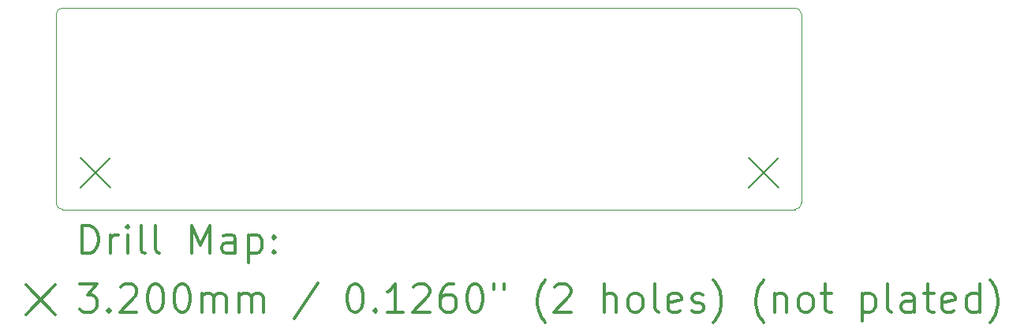
<source format=gbr>
%FSLAX45Y45*%
G04 Gerber Fmt 4.5, Leading zero omitted, Abs format (unit mm)*
G04 Created by KiCad (PCBNEW (5.1.10-1-10_14)) date 2021-07-05 16:18:35*
%MOMM*%
%LPD*%
G01*
G04 APERTURE LIST*
%TA.AperFunction,Profile*%
%ADD10C,0.100000*%
%TD*%
%ADD11C,0.200000*%
%ADD12C,0.300000*%
G04 APERTURE END LIST*
D10*
X11715000Y-9270000D02*
G75*
G02*
X11785000Y-9200000I70000J0D01*
G01*
X11715000Y-11295000D02*
X11715000Y-9270000D01*
X11785000Y-11365000D02*
G75*
G02*
X11715000Y-11295000I0J70000D01*
G01*
X19715000Y-9270000D02*
X19715000Y-11295000D01*
X19715000Y-11295000D02*
G75*
G02*
X19645000Y-11365000I-70000J0D01*
G01*
X19645000Y-9200000D02*
G75*
G02*
X19715000Y-9270000I0J-70000D01*
G01*
X19645000Y-11365000D02*
X11785000Y-11365000D01*
X11785000Y-9200000D02*
X19645000Y-9200000D01*
D11*
X11980000Y-10807500D02*
X12300000Y-11127500D01*
X12300000Y-10807500D02*
X11980000Y-11127500D01*
X19147500Y-10807500D02*
X19467500Y-11127500D01*
X19467500Y-10807500D02*
X19147500Y-11127500D01*
D12*
X11996428Y-11835714D02*
X11996428Y-11535714D01*
X12067857Y-11535714D01*
X12110714Y-11550000D01*
X12139286Y-11578571D01*
X12153571Y-11607143D01*
X12167857Y-11664286D01*
X12167857Y-11707143D01*
X12153571Y-11764286D01*
X12139286Y-11792857D01*
X12110714Y-11821429D01*
X12067857Y-11835714D01*
X11996428Y-11835714D01*
X12296428Y-11835714D02*
X12296428Y-11635714D01*
X12296428Y-11692857D02*
X12310714Y-11664286D01*
X12325000Y-11650000D01*
X12353571Y-11635714D01*
X12382143Y-11635714D01*
X12482143Y-11835714D02*
X12482143Y-11635714D01*
X12482143Y-11535714D02*
X12467857Y-11550000D01*
X12482143Y-11564286D01*
X12496428Y-11550000D01*
X12482143Y-11535714D01*
X12482143Y-11564286D01*
X12667857Y-11835714D02*
X12639286Y-11821429D01*
X12625000Y-11792857D01*
X12625000Y-11535714D01*
X12825000Y-11835714D02*
X12796428Y-11821429D01*
X12782143Y-11792857D01*
X12782143Y-11535714D01*
X13167857Y-11835714D02*
X13167857Y-11535714D01*
X13267857Y-11750000D01*
X13367857Y-11535714D01*
X13367857Y-11835714D01*
X13639286Y-11835714D02*
X13639286Y-11678571D01*
X13625000Y-11650000D01*
X13596428Y-11635714D01*
X13539286Y-11635714D01*
X13510714Y-11650000D01*
X13639286Y-11821429D02*
X13610714Y-11835714D01*
X13539286Y-11835714D01*
X13510714Y-11821429D01*
X13496428Y-11792857D01*
X13496428Y-11764286D01*
X13510714Y-11735714D01*
X13539286Y-11721429D01*
X13610714Y-11721429D01*
X13639286Y-11707143D01*
X13782143Y-11635714D02*
X13782143Y-11935714D01*
X13782143Y-11650000D02*
X13810714Y-11635714D01*
X13867857Y-11635714D01*
X13896428Y-11650000D01*
X13910714Y-11664286D01*
X13925000Y-11692857D01*
X13925000Y-11778571D01*
X13910714Y-11807143D01*
X13896428Y-11821429D01*
X13867857Y-11835714D01*
X13810714Y-11835714D01*
X13782143Y-11821429D01*
X14053571Y-11807143D02*
X14067857Y-11821429D01*
X14053571Y-11835714D01*
X14039286Y-11821429D01*
X14053571Y-11807143D01*
X14053571Y-11835714D01*
X14053571Y-11650000D02*
X14067857Y-11664286D01*
X14053571Y-11678571D01*
X14039286Y-11664286D01*
X14053571Y-11650000D01*
X14053571Y-11678571D01*
X11390000Y-12170000D02*
X11710000Y-12490000D01*
X11710000Y-12170000D02*
X11390000Y-12490000D01*
X11967857Y-12165714D02*
X12153571Y-12165714D01*
X12053571Y-12280000D01*
X12096428Y-12280000D01*
X12125000Y-12294286D01*
X12139286Y-12308571D01*
X12153571Y-12337143D01*
X12153571Y-12408571D01*
X12139286Y-12437143D01*
X12125000Y-12451429D01*
X12096428Y-12465714D01*
X12010714Y-12465714D01*
X11982143Y-12451429D01*
X11967857Y-12437143D01*
X12282143Y-12437143D02*
X12296428Y-12451429D01*
X12282143Y-12465714D01*
X12267857Y-12451429D01*
X12282143Y-12437143D01*
X12282143Y-12465714D01*
X12410714Y-12194286D02*
X12425000Y-12180000D01*
X12453571Y-12165714D01*
X12525000Y-12165714D01*
X12553571Y-12180000D01*
X12567857Y-12194286D01*
X12582143Y-12222857D01*
X12582143Y-12251429D01*
X12567857Y-12294286D01*
X12396428Y-12465714D01*
X12582143Y-12465714D01*
X12767857Y-12165714D02*
X12796428Y-12165714D01*
X12825000Y-12180000D01*
X12839286Y-12194286D01*
X12853571Y-12222857D01*
X12867857Y-12280000D01*
X12867857Y-12351429D01*
X12853571Y-12408571D01*
X12839286Y-12437143D01*
X12825000Y-12451429D01*
X12796428Y-12465714D01*
X12767857Y-12465714D01*
X12739286Y-12451429D01*
X12725000Y-12437143D01*
X12710714Y-12408571D01*
X12696428Y-12351429D01*
X12696428Y-12280000D01*
X12710714Y-12222857D01*
X12725000Y-12194286D01*
X12739286Y-12180000D01*
X12767857Y-12165714D01*
X13053571Y-12165714D02*
X13082143Y-12165714D01*
X13110714Y-12180000D01*
X13125000Y-12194286D01*
X13139286Y-12222857D01*
X13153571Y-12280000D01*
X13153571Y-12351429D01*
X13139286Y-12408571D01*
X13125000Y-12437143D01*
X13110714Y-12451429D01*
X13082143Y-12465714D01*
X13053571Y-12465714D01*
X13025000Y-12451429D01*
X13010714Y-12437143D01*
X12996428Y-12408571D01*
X12982143Y-12351429D01*
X12982143Y-12280000D01*
X12996428Y-12222857D01*
X13010714Y-12194286D01*
X13025000Y-12180000D01*
X13053571Y-12165714D01*
X13282143Y-12465714D02*
X13282143Y-12265714D01*
X13282143Y-12294286D02*
X13296428Y-12280000D01*
X13325000Y-12265714D01*
X13367857Y-12265714D01*
X13396428Y-12280000D01*
X13410714Y-12308571D01*
X13410714Y-12465714D01*
X13410714Y-12308571D02*
X13425000Y-12280000D01*
X13453571Y-12265714D01*
X13496428Y-12265714D01*
X13525000Y-12280000D01*
X13539286Y-12308571D01*
X13539286Y-12465714D01*
X13682143Y-12465714D02*
X13682143Y-12265714D01*
X13682143Y-12294286D02*
X13696428Y-12280000D01*
X13725000Y-12265714D01*
X13767857Y-12265714D01*
X13796428Y-12280000D01*
X13810714Y-12308571D01*
X13810714Y-12465714D01*
X13810714Y-12308571D02*
X13825000Y-12280000D01*
X13853571Y-12265714D01*
X13896428Y-12265714D01*
X13925000Y-12280000D01*
X13939286Y-12308571D01*
X13939286Y-12465714D01*
X14525000Y-12151429D02*
X14267857Y-12537143D01*
X14910714Y-12165714D02*
X14939286Y-12165714D01*
X14967857Y-12180000D01*
X14982143Y-12194286D01*
X14996428Y-12222857D01*
X15010714Y-12280000D01*
X15010714Y-12351429D01*
X14996428Y-12408571D01*
X14982143Y-12437143D01*
X14967857Y-12451429D01*
X14939286Y-12465714D01*
X14910714Y-12465714D01*
X14882143Y-12451429D01*
X14867857Y-12437143D01*
X14853571Y-12408571D01*
X14839286Y-12351429D01*
X14839286Y-12280000D01*
X14853571Y-12222857D01*
X14867857Y-12194286D01*
X14882143Y-12180000D01*
X14910714Y-12165714D01*
X15139286Y-12437143D02*
X15153571Y-12451429D01*
X15139286Y-12465714D01*
X15125000Y-12451429D01*
X15139286Y-12437143D01*
X15139286Y-12465714D01*
X15439286Y-12465714D02*
X15267857Y-12465714D01*
X15353571Y-12465714D02*
X15353571Y-12165714D01*
X15325000Y-12208571D01*
X15296428Y-12237143D01*
X15267857Y-12251429D01*
X15553571Y-12194286D02*
X15567857Y-12180000D01*
X15596428Y-12165714D01*
X15667857Y-12165714D01*
X15696428Y-12180000D01*
X15710714Y-12194286D01*
X15725000Y-12222857D01*
X15725000Y-12251429D01*
X15710714Y-12294286D01*
X15539286Y-12465714D01*
X15725000Y-12465714D01*
X15982143Y-12165714D02*
X15925000Y-12165714D01*
X15896428Y-12180000D01*
X15882143Y-12194286D01*
X15853571Y-12237143D01*
X15839286Y-12294286D01*
X15839286Y-12408571D01*
X15853571Y-12437143D01*
X15867857Y-12451429D01*
X15896428Y-12465714D01*
X15953571Y-12465714D01*
X15982143Y-12451429D01*
X15996428Y-12437143D01*
X16010714Y-12408571D01*
X16010714Y-12337143D01*
X15996428Y-12308571D01*
X15982143Y-12294286D01*
X15953571Y-12280000D01*
X15896428Y-12280000D01*
X15867857Y-12294286D01*
X15853571Y-12308571D01*
X15839286Y-12337143D01*
X16196428Y-12165714D02*
X16225000Y-12165714D01*
X16253571Y-12180000D01*
X16267857Y-12194286D01*
X16282143Y-12222857D01*
X16296428Y-12280000D01*
X16296428Y-12351429D01*
X16282143Y-12408571D01*
X16267857Y-12437143D01*
X16253571Y-12451429D01*
X16225000Y-12465714D01*
X16196428Y-12465714D01*
X16167857Y-12451429D01*
X16153571Y-12437143D01*
X16139286Y-12408571D01*
X16125000Y-12351429D01*
X16125000Y-12280000D01*
X16139286Y-12222857D01*
X16153571Y-12194286D01*
X16167857Y-12180000D01*
X16196428Y-12165714D01*
X16410714Y-12165714D02*
X16410714Y-12222857D01*
X16525000Y-12165714D02*
X16525000Y-12222857D01*
X16967857Y-12580000D02*
X16953571Y-12565714D01*
X16925000Y-12522857D01*
X16910714Y-12494286D01*
X16896428Y-12451429D01*
X16882143Y-12380000D01*
X16882143Y-12322857D01*
X16896428Y-12251429D01*
X16910714Y-12208571D01*
X16925000Y-12180000D01*
X16953571Y-12137143D01*
X16967857Y-12122857D01*
X17067857Y-12194286D02*
X17082143Y-12180000D01*
X17110714Y-12165714D01*
X17182143Y-12165714D01*
X17210714Y-12180000D01*
X17225000Y-12194286D01*
X17239286Y-12222857D01*
X17239286Y-12251429D01*
X17225000Y-12294286D01*
X17053571Y-12465714D01*
X17239286Y-12465714D01*
X17596428Y-12465714D02*
X17596428Y-12165714D01*
X17725000Y-12465714D02*
X17725000Y-12308571D01*
X17710714Y-12280000D01*
X17682143Y-12265714D01*
X17639286Y-12265714D01*
X17610714Y-12280000D01*
X17596428Y-12294286D01*
X17910714Y-12465714D02*
X17882143Y-12451429D01*
X17867857Y-12437143D01*
X17853571Y-12408571D01*
X17853571Y-12322857D01*
X17867857Y-12294286D01*
X17882143Y-12280000D01*
X17910714Y-12265714D01*
X17953571Y-12265714D01*
X17982143Y-12280000D01*
X17996428Y-12294286D01*
X18010714Y-12322857D01*
X18010714Y-12408571D01*
X17996428Y-12437143D01*
X17982143Y-12451429D01*
X17953571Y-12465714D01*
X17910714Y-12465714D01*
X18182143Y-12465714D02*
X18153571Y-12451429D01*
X18139286Y-12422857D01*
X18139286Y-12165714D01*
X18410714Y-12451429D02*
X18382143Y-12465714D01*
X18325000Y-12465714D01*
X18296428Y-12451429D01*
X18282143Y-12422857D01*
X18282143Y-12308571D01*
X18296428Y-12280000D01*
X18325000Y-12265714D01*
X18382143Y-12265714D01*
X18410714Y-12280000D01*
X18425000Y-12308571D01*
X18425000Y-12337143D01*
X18282143Y-12365714D01*
X18539286Y-12451429D02*
X18567857Y-12465714D01*
X18625000Y-12465714D01*
X18653571Y-12451429D01*
X18667857Y-12422857D01*
X18667857Y-12408571D01*
X18653571Y-12380000D01*
X18625000Y-12365714D01*
X18582143Y-12365714D01*
X18553571Y-12351429D01*
X18539286Y-12322857D01*
X18539286Y-12308571D01*
X18553571Y-12280000D01*
X18582143Y-12265714D01*
X18625000Y-12265714D01*
X18653571Y-12280000D01*
X18767857Y-12580000D02*
X18782143Y-12565714D01*
X18810714Y-12522857D01*
X18825000Y-12494286D01*
X18839286Y-12451429D01*
X18853571Y-12380000D01*
X18853571Y-12322857D01*
X18839286Y-12251429D01*
X18825000Y-12208571D01*
X18810714Y-12180000D01*
X18782143Y-12137143D01*
X18767857Y-12122857D01*
X19310714Y-12580000D02*
X19296428Y-12565714D01*
X19267857Y-12522857D01*
X19253571Y-12494286D01*
X19239286Y-12451429D01*
X19225000Y-12380000D01*
X19225000Y-12322857D01*
X19239286Y-12251429D01*
X19253571Y-12208571D01*
X19267857Y-12180000D01*
X19296428Y-12137143D01*
X19310714Y-12122857D01*
X19425000Y-12265714D02*
X19425000Y-12465714D01*
X19425000Y-12294286D02*
X19439286Y-12280000D01*
X19467857Y-12265714D01*
X19510714Y-12265714D01*
X19539286Y-12280000D01*
X19553571Y-12308571D01*
X19553571Y-12465714D01*
X19739286Y-12465714D02*
X19710714Y-12451429D01*
X19696428Y-12437143D01*
X19682143Y-12408571D01*
X19682143Y-12322857D01*
X19696428Y-12294286D01*
X19710714Y-12280000D01*
X19739286Y-12265714D01*
X19782143Y-12265714D01*
X19810714Y-12280000D01*
X19825000Y-12294286D01*
X19839286Y-12322857D01*
X19839286Y-12408571D01*
X19825000Y-12437143D01*
X19810714Y-12451429D01*
X19782143Y-12465714D01*
X19739286Y-12465714D01*
X19925000Y-12265714D02*
X20039286Y-12265714D01*
X19967857Y-12165714D02*
X19967857Y-12422857D01*
X19982143Y-12451429D01*
X20010714Y-12465714D01*
X20039286Y-12465714D01*
X20367857Y-12265714D02*
X20367857Y-12565714D01*
X20367857Y-12280000D02*
X20396428Y-12265714D01*
X20453571Y-12265714D01*
X20482143Y-12280000D01*
X20496428Y-12294286D01*
X20510714Y-12322857D01*
X20510714Y-12408571D01*
X20496428Y-12437143D01*
X20482143Y-12451429D01*
X20453571Y-12465714D01*
X20396428Y-12465714D01*
X20367857Y-12451429D01*
X20682143Y-12465714D02*
X20653571Y-12451429D01*
X20639286Y-12422857D01*
X20639286Y-12165714D01*
X20925000Y-12465714D02*
X20925000Y-12308571D01*
X20910714Y-12280000D01*
X20882143Y-12265714D01*
X20825000Y-12265714D01*
X20796428Y-12280000D01*
X20925000Y-12451429D02*
X20896428Y-12465714D01*
X20825000Y-12465714D01*
X20796428Y-12451429D01*
X20782143Y-12422857D01*
X20782143Y-12394286D01*
X20796428Y-12365714D01*
X20825000Y-12351429D01*
X20896428Y-12351429D01*
X20925000Y-12337143D01*
X21025000Y-12265714D02*
X21139286Y-12265714D01*
X21067857Y-12165714D02*
X21067857Y-12422857D01*
X21082143Y-12451429D01*
X21110714Y-12465714D01*
X21139286Y-12465714D01*
X21353571Y-12451429D02*
X21325000Y-12465714D01*
X21267857Y-12465714D01*
X21239286Y-12451429D01*
X21225000Y-12422857D01*
X21225000Y-12308571D01*
X21239286Y-12280000D01*
X21267857Y-12265714D01*
X21325000Y-12265714D01*
X21353571Y-12280000D01*
X21367857Y-12308571D01*
X21367857Y-12337143D01*
X21225000Y-12365714D01*
X21625000Y-12465714D02*
X21625000Y-12165714D01*
X21625000Y-12451429D02*
X21596428Y-12465714D01*
X21539286Y-12465714D01*
X21510714Y-12451429D01*
X21496428Y-12437143D01*
X21482143Y-12408571D01*
X21482143Y-12322857D01*
X21496428Y-12294286D01*
X21510714Y-12280000D01*
X21539286Y-12265714D01*
X21596428Y-12265714D01*
X21625000Y-12280000D01*
X21739286Y-12580000D02*
X21753571Y-12565714D01*
X21782143Y-12522857D01*
X21796428Y-12494286D01*
X21810714Y-12451429D01*
X21825000Y-12380000D01*
X21825000Y-12322857D01*
X21810714Y-12251429D01*
X21796428Y-12208571D01*
X21782143Y-12180000D01*
X21753571Y-12137143D01*
X21739286Y-12122857D01*
M02*

</source>
